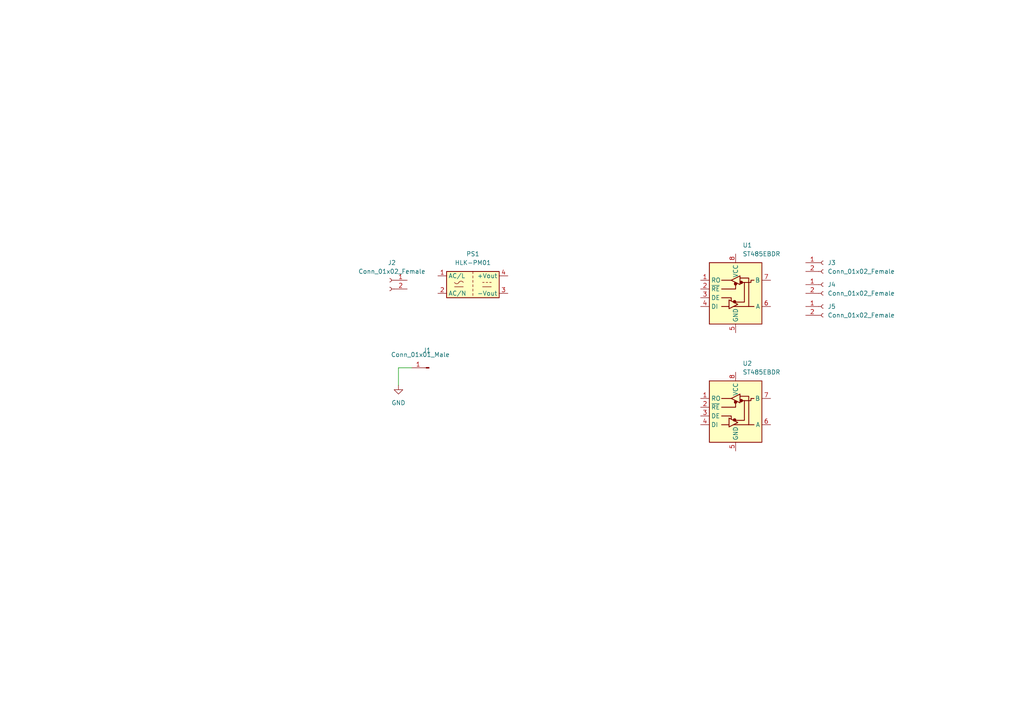
<source format=kicad_sch>
(kicad_sch (version 20211123) (generator eeschema)
  (paper "A4")
  (lib_symbols
    (symbol "Connector:Conn_01x01_Male" (pin_names (offset 1.016) hide)
      (property "Reference" "J" (at 0 2.54 0))
      (property "Value" "Conn_01x01_Male" (at 0 -2.54 0))
      (symbol "Conn_01x01_Male_1_1"
        (polyline (pts (xy 1.27 0) (xy 0.8636 0)) (stroke (width 0.1524)))
        (rectangle (start 0.8636 0.127) (end 0 -0.127) (stroke (width 0.1524)) (fill (type outline)))
        (pin passive line (at 5.08 0 180) (length 3.81) (name "Pin_1") (number "1"))
      )
    )
    (symbol "Connector:Conn_01x02_Female" (pin_names (offset 1.016) hide)
      (property "Reference" "J" (at 0 2.54 0))
      (property "Value" "Conn_01x02_Female" (at 0 -5.08 0))
      (symbol "Conn_01x02_Female_1_1"
        (arc (start 0 -2.032) (mid -0.508 -2.54) (end 0 -3.048) (stroke (width 0.1524)))
        (polyline (pts (xy -1.27 -2.54) (xy -0.508 -2.54)) (stroke (width 0.1524)))
        (polyline (pts (xy -1.27 0) (xy -0.508 0)) (stroke (width 0.1524)))
        (arc (start 0 0.508) (mid -0.508 0) (end 0 -0.508) (stroke (width 0.1524)))
        (pin passive line (at -5.08 0 0) (length 3.81) (name "Pin_1") (number "1"))
        (pin passive line (at -5.08 -2.54 0) (length 3.81) (name "Pin_2") (number "2"))
      )
    )
    (symbol "Converter_ACDC:HLK-PM01"
      (property "Reference" "PS" (at 0 5.08 0))
      (property "Value" "HLK-PM01" (at 0 -5.08 0))
      (symbol "HLK-PM01_0_1"
        (rectangle (start -7.62 3.81) (end 7.62 -3.81) (stroke (width 0.254)) (fill (type background)))
        (arc (start -5.334 0.635) (mid -4.699 0.2495) (end -4.064 0.635))
        (arc (start -2.794 0.635) (mid -3.429 1.0072) (end -4.064 0.635))
        (polyline (pts (xy -5.334 -0.635) (xy -2.794 -0.635)))
        (polyline (pts (xy 0 -2.54) (xy 0 -3.175)))
        (polyline (pts (xy 0 -1.27) (xy 0 -1.905)))
        (polyline (pts (xy 0 0) (xy 0 -0.635)))
        (polyline (pts (xy 0 1.27) (xy 0 0.635)))
        (polyline (pts (xy 0 2.54) (xy 0 1.905)))
        (polyline (pts (xy 0 3.81) (xy 0 3.175)))
        (polyline (pts (xy 2.794 -0.635) (xy 5.334 -0.635)))
        (polyline (pts (xy 2.794 0.635) (xy 3.302 0.635)))
        (polyline (pts (xy 3.81 0.635) (xy 4.318 0.635)))
        (polyline (pts (xy 4.826 0.635) (xy 5.334 0.635)))
      )
      (symbol "HLK-PM01_1_1"
        (pin power_in line (at -10.16 2.54 0) (length 2.54) (name "AC/L") (number "1"))
        (pin power_in line (at -10.16 -2.54 0) (length 2.54) (name "AC/N") (number "2"))
        (pin power_out line (at 10.16 -2.54 180) (length 2.54) (name "-Vout") (number "3"))
        (pin power_out line (at 10.16 2.54 180) (length 2.54) (name "+Vout") (number "4"))
      )
    )
    (symbol "Interface_UART:ST485EBDR"
      (property "Reference" "U" (at -6.35 8.89 0))
      (property "Value" "ST485EBDR" (at 1.27 8.89 0))
      (symbol "ST485EBDR_0_1"
        (rectangle (start -7.62 7.62) (end 7.62 -10.16) (stroke (width 0.254)) (fill (type background)))
        (circle (center -0.3048 -3.683) (radius 0.3556) (stroke (width 0.254)) (fill (type outline)))
        (circle (center -0.0254 1.4986) (radius 0.3556) (stroke (width 0.254)) (fill (type outline)))
        (polyline (pts (xy -4.064 -5.08) (xy -1.905 -5.08)) (stroke (width 0.254)))
        (polyline (pts (xy -4.064 2.54) (xy -1.27 2.54)) (stroke (width 0.254)))
        (polyline (pts (xy -1.27 -3.2004) (xy -1.27 -3.4544)) (stroke (width 0.254)))
        (polyline (pts (xy -0.635 -5.08) (xy 5.334 -5.08)) (stroke (width 0.254)))
        (polyline (pts (xy -4.064 -2.54) (xy -1.27 -2.54) (xy -1.27 -3.175)) (stroke (width 0.254)))
        (polyline (pts (xy 0 1.27) (xy 0 0) (xy -4.064 0)) (stroke (width 0.254)))
        (polyline (pts (xy 1.27 3.175) (xy 3.81 3.175) (xy 3.81 -5.08)) (stroke (width 0.254)))
        (polyline (pts (xy 2.54 1.905) (xy 2.54 -3.81) (xy 0 -3.81)) (stroke (width 0.254)))
        (polyline (pts (xy -1.905 -3.175) (xy -1.905 -5.715) (xy 0.635 -4.445) (xy -1.905 -3.175)) (stroke (width 0.254)))
        (polyline (pts (xy -1.27 2.54) (xy 1.27 3.81) (xy 1.27 1.27) (xy -1.27 2.54)) (stroke (width 0.254)))
        (polyline (pts (xy 1.905 1.905) (xy 4.445 1.905) (xy 4.445 2.54) (xy 5.334 2.54)) (stroke (width 0.254)))
        (rectangle (start 1.27 3.175) (end 1.27 3.175))
        (circle (center 1.651 1.905) (radius 0.3556) (stroke (width 0.254)) (fill (type outline)))
      )
      (symbol "ST485EBDR_1_1"
        (pin output line (at -10.16 2.54 0) (length 2.54) (name "RO") (number "1"))
        (pin input line (at -10.16 0 0) (length 2.54) (name "~{RE}") (number "2"))
        (pin input line (at -10.16 -2.54 0) (length 2.54) (name "DE") (number "3"))
        (pin input line (at -10.16 -5.08 0) (length 2.54) (name "DI") (number "4"))
        (pin power_in line (at 0 -12.7 90) (length 2.54) (name "GND") (number "5"))
        (pin bidirectional line (at 10.16 -5.08 180) (length 2.54) (name "A") (number "6"))
        (pin bidirectional line (at 10.16 2.54 180) (length 2.54) (name "B") (number "7"))
        (pin power_in line (at 0 10.16 270) (length 2.54) (name "VCC") (number "8"))
      )
    )
    (symbol "power:GND" (power) (pin_names (offset 0))
      (property "Value" "GND" (at 0 -3.81 0))
      (symbol "GND_0_1"
        (polyline (pts (xy 0 0) (xy 0 -1.27) (xy 1.27 -1.27) (xy 0 -2.54) (xy -1.27 -1.27) (xy 0 -1.27)))
      )
      (symbol "GND_1_1"
        (pin power_in line (at 0 0 270) (length 0) hide (name "GND") (number "1"))
      )
    )
  )
  (wire (pts (xy 119.38 106.68) (xy 115.57 106.68)))
  (wire (pts (xy 115.57 106.68) (xy 115.57 111.76)))
  (symbol (lib_id "Connector:Conn_01x02_Female") (at 238.76 88.9 0) (unit 1)
    (property "Reference" "J5" (at 240.03 88.8999 0) (effects (justify left)))
    (property "Value" "Conn_01x02_Female" (at 240.03 91.4399 0) (effects (justify left)))
    (property "Footprint" "TerminalBlock_RND:TerminalBlock_RND_205-00012_1x02_P5.00mm_Horizontal" (effects hide))
  )
  (symbol (lib_id "power:GND") (at 115.57 111.76 0) (unit 1)
    (property "Reference" "#PWR0101" (effects hide))
    (property "Value" "GND" (at 115.57 116.84 0))
  )
  (symbol (lib_id "Converter_ACDC:HLK-PM01") (at 137.16 82.55 0) (unit 1)
    (property "Reference" "PS1" (at 137.16 73.66 0))
    (property "Value" "HLK-PM01" (at 137.16 76.2 0))
    (property "Footprint" "Converter_ACDC:Converter_ACDC_HiLink_HLK-PMxx" (effects hide))
    (property "Datasheet" "http://www.hlktech.net/product_detail.php?ProId=54" (effects hide))
  )
  (symbol (lib_id "Interface_UART:ST485EBDR") (at 213.36 83.82 0) (unit 1)
    (property "Reference" "U1" (at 215.3794 71.12 0) (effects (justify left)))
    (property "Value" "ST485EBDR" (at 215.3794 73.66 0) (effects (justify left)))
    (property "Footprint" "Package_SO:SOIC-8_3.9x4.9mm_P1.27mm" (effects hide))
    (property "Datasheet" "http://www.st.com/resource/en/datasheet/st485eb.pdf" (effects hide))
  )
  (symbol (lib_id "Connector:Conn_01x02_Female") (at 238.76 76.2 0) (unit 1)
    (property "Reference" "J3" (at 240.03 76.1999 0) (effects (justify left)))
    (property "Value" "Conn_01x02_Female" (at 240.03 78.7399 0) (effects (justify left)))
    (property "Footprint" "TerminalBlock_RND:TerminalBlock_RND_205-00012_1x02_P5.00mm_Horizontal" (effects hide))
  )
  (symbol (lib_id "Connector:Conn_01x02_Female") (at 113.03 81.28 0) (mirror y) (unit 1)
    (property "Reference" "J2" (at 113.665 76.2 0))
    (property "Value" "Conn_01x02_Female" (at 113.665 78.74 0))
    (property "Footprint" "TerminalBlock_RND:TerminalBlock_RND_205-00012_1x02_P5.00mm_Horizontal" (effects hide))
  )
  (symbol (lib_id "Connector:Conn_01x02_Female") (at 238.76 82.55 0) (unit 1)
    (property "Reference" "J4" (at 240.03 82.5499 0) (effects (justify left)))
    (property "Value" "Conn_01x02_Female" (at 240.03 85.0899 0) (effects (justify left)))
    (property "Footprint" "TerminalBlock_RND:TerminalBlock_RND_205-00012_1x02_P5.00mm_Horizontal" (effects hide))
  )
  (symbol (lib_id "Connector:Conn_01x01_Male") (at 124.46 106.68 0) (mirror y) (unit 1)
    (property "Reference" "J1" (at 123.825 101.6 0))
    (property "Value" "Conn_01x01_Male" (at 121.92 102.87 0))
    (property "Footprint" "Connector_PinHeader_2.54mm:PinHeader_1x01_P2.54mm_Vertical" (effects hide))
  )
  (symbol (lib_id "Interface_UART:ST485EBDR") (at 213.36 118.11 0) (unit 1)
    (property "Reference" "U2" (at 215.3794 105.41 0) (effects (justify left)))
    (property "Value" "ST485EBDR" (at 215.3794 107.95 0) (effects (justify left)))
    (property "Footprint" "Package_SO:SOIC-8_3.9x4.9mm_P1.27mm" (effects hide))
    (property "Datasheet" "http://www.st.com/resource/en/datasheet/st485eb.pdf" (effects hide))
  )
)
</source>
